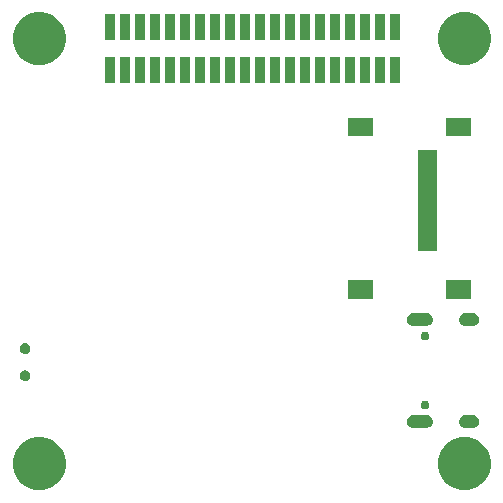
<source format=gbr>
G04 #@! TF.GenerationSoftware,KiCad,Pcbnew,(5.1.6)-1*
G04 #@! TF.CreationDate,2020-11-06T20:40:43+01:00*
G04 #@! TF.ProjectId,DynOSSAT-EDU-OBC,44796e4f-5353-4415-942d-4544552d4f42,rev?*
G04 #@! TF.SameCoordinates,Original*
G04 #@! TF.FileFunction,Soldermask,Bot*
G04 #@! TF.FilePolarity,Negative*
%FSLAX46Y46*%
G04 Gerber Fmt 4.6, Leading zero omitted, Abs format (unit mm)*
G04 Created by KiCad (PCBNEW (5.1.6)-1) date 2020-11-06 20:40:43*
%MOMM*%
%LPD*%
G01*
G04 APERTURE LIST*
%ADD10C,0.100000*%
G04 APERTURE END LIST*
D10*
G36*
X145646680Y-103020176D02*
G01*
X146027393Y-103095904D01*
X146437049Y-103265589D01*
X146805729Y-103511934D01*
X147119266Y-103825471D01*
X147365611Y-104194151D01*
X147535296Y-104603807D01*
X147621800Y-105038696D01*
X147621800Y-105482104D01*
X147535296Y-105916993D01*
X147365611Y-106326649D01*
X147119266Y-106695329D01*
X146805729Y-107008866D01*
X146437049Y-107255211D01*
X146027393Y-107424896D01*
X145646680Y-107500624D01*
X145592505Y-107511400D01*
X145149095Y-107511400D01*
X145094920Y-107500624D01*
X144714207Y-107424896D01*
X144304551Y-107255211D01*
X143935871Y-107008866D01*
X143622334Y-106695329D01*
X143375989Y-106326649D01*
X143206304Y-105916993D01*
X143119800Y-105482104D01*
X143119800Y-105038696D01*
X143206304Y-104603807D01*
X143375989Y-104194151D01*
X143622334Y-103825471D01*
X143935871Y-103511934D01*
X144304551Y-103265589D01*
X144714207Y-103095904D01*
X145094920Y-103020176D01*
X145149095Y-103009400D01*
X145592505Y-103009400D01*
X145646680Y-103020176D01*
G37*
G36*
X109646280Y-103020176D02*
G01*
X110026993Y-103095904D01*
X110436649Y-103265589D01*
X110805329Y-103511934D01*
X111118866Y-103825471D01*
X111365211Y-104194151D01*
X111534896Y-104603807D01*
X111621400Y-105038696D01*
X111621400Y-105482104D01*
X111534896Y-105916993D01*
X111365211Y-106326649D01*
X111118866Y-106695329D01*
X110805329Y-107008866D01*
X110436649Y-107255211D01*
X110026993Y-107424896D01*
X109646280Y-107500624D01*
X109592105Y-107511400D01*
X109148695Y-107511400D01*
X109094520Y-107500624D01*
X108713807Y-107424896D01*
X108304151Y-107255211D01*
X107935471Y-107008866D01*
X107621934Y-106695329D01*
X107375589Y-106326649D01*
X107205904Y-105916993D01*
X107119400Y-105482104D01*
X107119400Y-105038696D01*
X107205904Y-104603807D01*
X107375589Y-104194151D01*
X107621934Y-103825471D01*
X107935471Y-103511934D01*
X108304151Y-103265589D01*
X108713807Y-103095904D01*
X109094520Y-103020176D01*
X109148695Y-103009400D01*
X109592105Y-103009400D01*
X109646280Y-103020176D01*
G37*
G36*
X146178615Y-101133173D02*
G01*
X146282479Y-101164679D01*
X146309655Y-101179205D01*
X146378200Y-101215843D01*
X146462101Y-101284699D01*
X146530957Y-101368600D01*
X146567595Y-101437145D01*
X146582121Y-101464321D01*
X146613627Y-101568185D01*
X146624266Y-101676200D01*
X146613627Y-101784215D01*
X146582121Y-101888079D01*
X146582119Y-101888082D01*
X146530957Y-101983800D01*
X146462101Y-102067701D01*
X146378200Y-102136557D01*
X146309655Y-102173195D01*
X146282479Y-102187721D01*
X146178615Y-102219227D01*
X146097667Y-102227200D01*
X145443533Y-102227200D01*
X145362585Y-102219227D01*
X145258721Y-102187721D01*
X145231545Y-102173195D01*
X145163000Y-102136557D01*
X145079099Y-102067701D01*
X145010243Y-101983800D01*
X144959081Y-101888082D01*
X144959079Y-101888079D01*
X144927573Y-101784215D01*
X144916934Y-101676200D01*
X144927573Y-101568185D01*
X144959079Y-101464321D01*
X144973605Y-101437145D01*
X145010243Y-101368600D01*
X145079099Y-101284699D01*
X145163000Y-101215843D01*
X145231545Y-101179205D01*
X145258721Y-101164679D01*
X145362585Y-101133173D01*
X145443533Y-101125200D01*
X146097667Y-101125200D01*
X146178615Y-101133173D01*
G37*
G36*
X142248615Y-101129173D02*
G01*
X142352479Y-101160679D01*
X142359962Y-101164679D01*
X142448200Y-101211843D01*
X142532101Y-101280699D01*
X142600957Y-101364600D01*
X142637595Y-101433145D01*
X142652121Y-101460321D01*
X142683627Y-101564185D01*
X142694266Y-101672200D01*
X142683627Y-101780215D01*
X142652121Y-101884079D01*
X142652119Y-101884082D01*
X142600957Y-101979800D01*
X142532101Y-102063701D01*
X142448200Y-102132557D01*
X142379655Y-102169195D01*
X142352479Y-102183721D01*
X142248615Y-102215227D01*
X142167667Y-102223200D01*
X141013533Y-102223200D01*
X140932585Y-102215227D01*
X140828721Y-102183721D01*
X140801545Y-102169195D01*
X140733000Y-102132557D01*
X140649099Y-102063701D01*
X140580243Y-101979800D01*
X140529081Y-101884082D01*
X140529079Y-101884079D01*
X140497573Y-101780215D01*
X140486934Y-101672200D01*
X140497573Y-101564185D01*
X140529079Y-101460321D01*
X140543605Y-101433145D01*
X140580243Y-101364600D01*
X140649099Y-101280699D01*
X140733000Y-101211843D01*
X140821238Y-101164679D01*
X140828721Y-101160679D01*
X140932585Y-101129173D01*
X141013533Y-101121200D01*
X142167667Y-101121200D01*
X142248615Y-101129173D01*
G37*
G36*
X142144772Y-99913649D02*
G01*
X142144774Y-99913650D01*
X142144775Y-99913650D01*
X142213203Y-99941993D01*
X142274786Y-99983142D01*
X142327158Y-100035514D01*
X142368307Y-100097097D01*
X142396650Y-100165525D01*
X142411100Y-100238167D01*
X142411100Y-100312233D01*
X142396650Y-100384875D01*
X142368307Y-100453303D01*
X142327158Y-100514886D01*
X142274786Y-100567258D01*
X142213203Y-100608407D01*
X142144775Y-100636750D01*
X142144774Y-100636750D01*
X142144772Y-100636751D01*
X142072134Y-100651200D01*
X141998066Y-100651200D01*
X141925428Y-100636751D01*
X141925426Y-100636750D01*
X141925425Y-100636750D01*
X141856997Y-100608407D01*
X141795414Y-100567258D01*
X141743042Y-100514886D01*
X141701893Y-100453303D01*
X141673550Y-100384875D01*
X141659100Y-100312233D01*
X141659100Y-100238167D01*
X141673550Y-100165525D01*
X141701893Y-100097097D01*
X141743042Y-100035514D01*
X141795414Y-99983142D01*
X141856997Y-99941993D01*
X141925425Y-99913650D01*
X141925426Y-99913650D01*
X141925428Y-99913649D01*
X141998066Y-99899200D01*
X142072134Y-99899200D01*
X142144772Y-99913649D01*
G37*
G36*
X108303952Y-97363331D02*
G01*
X108386027Y-97397328D01*
X108386029Y-97397329D01*
X108423213Y-97422175D01*
X108459895Y-97446685D01*
X108522715Y-97509505D01*
X108572072Y-97583373D01*
X108606069Y-97665448D01*
X108623400Y-97752579D01*
X108623400Y-97841421D01*
X108606069Y-97928552D01*
X108572072Y-98010627D01*
X108572071Y-98010629D01*
X108522714Y-98084496D01*
X108459896Y-98147314D01*
X108386029Y-98196671D01*
X108386028Y-98196672D01*
X108386027Y-98196672D01*
X108303952Y-98230669D01*
X108216821Y-98248000D01*
X108127979Y-98248000D01*
X108040848Y-98230669D01*
X107958773Y-98196672D01*
X107958772Y-98196672D01*
X107958771Y-98196671D01*
X107884904Y-98147314D01*
X107822086Y-98084496D01*
X107772729Y-98010629D01*
X107772728Y-98010627D01*
X107738731Y-97928552D01*
X107721400Y-97841421D01*
X107721400Y-97752579D01*
X107738731Y-97665448D01*
X107772728Y-97583373D01*
X107822085Y-97509505D01*
X107884905Y-97446685D01*
X107921587Y-97422175D01*
X107958771Y-97397329D01*
X107958773Y-97397328D01*
X108040848Y-97363331D01*
X108127979Y-97346000D01*
X108216821Y-97346000D01*
X108303952Y-97363331D01*
G37*
G36*
X108303952Y-95063331D02*
G01*
X108386027Y-95097328D01*
X108386029Y-95097329D01*
X108423213Y-95122175D01*
X108459895Y-95146685D01*
X108522715Y-95209505D01*
X108572072Y-95283373D01*
X108606069Y-95365448D01*
X108623400Y-95452579D01*
X108623400Y-95541421D01*
X108606069Y-95628552D01*
X108572072Y-95710627D01*
X108572071Y-95710629D01*
X108522714Y-95784496D01*
X108459896Y-95847314D01*
X108386029Y-95896671D01*
X108386028Y-95896672D01*
X108386027Y-95896672D01*
X108303952Y-95930669D01*
X108216821Y-95948000D01*
X108127979Y-95948000D01*
X108040848Y-95930669D01*
X107958773Y-95896672D01*
X107958772Y-95896672D01*
X107958771Y-95896671D01*
X107884904Y-95847314D01*
X107822086Y-95784496D01*
X107772729Y-95710629D01*
X107772728Y-95710627D01*
X107738731Y-95628552D01*
X107721400Y-95541421D01*
X107721400Y-95452579D01*
X107738731Y-95365448D01*
X107772728Y-95283373D01*
X107822085Y-95209505D01*
X107884905Y-95146685D01*
X107921587Y-95122175D01*
X107958771Y-95097329D01*
X107958773Y-95097328D01*
X108040848Y-95063331D01*
X108127979Y-95046000D01*
X108216821Y-95046000D01*
X108303952Y-95063331D01*
G37*
G36*
X142144772Y-94071649D02*
G01*
X142144774Y-94071650D01*
X142144775Y-94071650D01*
X142213203Y-94099993D01*
X142274786Y-94141142D01*
X142327158Y-94193514D01*
X142368307Y-94255097D01*
X142396650Y-94323525D01*
X142411100Y-94396167D01*
X142411100Y-94470233D01*
X142396650Y-94542875D01*
X142368307Y-94611303D01*
X142327158Y-94672886D01*
X142274786Y-94725258D01*
X142213203Y-94766407D01*
X142144775Y-94794750D01*
X142144774Y-94794750D01*
X142144772Y-94794751D01*
X142072134Y-94809200D01*
X141998066Y-94809200D01*
X141925428Y-94794751D01*
X141925426Y-94794750D01*
X141925425Y-94794750D01*
X141856997Y-94766407D01*
X141795414Y-94725258D01*
X141743042Y-94672886D01*
X141701893Y-94611303D01*
X141673550Y-94542875D01*
X141659100Y-94470233D01*
X141659100Y-94396167D01*
X141673550Y-94323525D01*
X141701893Y-94255097D01*
X141743042Y-94193514D01*
X141795414Y-94141142D01*
X141856997Y-94099993D01*
X141925425Y-94071650D01*
X141925426Y-94071650D01*
X141925428Y-94071649D01*
X141998066Y-94057200D01*
X142072134Y-94057200D01*
X142144772Y-94071649D01*
G37*
G36*
X146178615Y-92493173D02*
G01*
X146282479Y-92524679D01*
X146309655Y-92539205D01*
X146378200Y-92575843D01*
X146462101Y-92644699D01*
X146530957Y-92728600D01*
X146567595Y-92797145D01*
X146582121Y-92824321D01*
X146613627Y-92928185D01*
X146624266Y-93036200D01*
X146613627Y-93144215D01*
X146582121Y-93248079D01*
X146582119Y-93248082D01*
X146530957Y-93343800D01*
X146462101Y-93427701D01*
X146378200Y-93496557D01*
X146309655Y-93533195D01*
X146282479Y-93547721D01*
X146178615Y-93579227D01*
X146097667Y-93587200D01*
X145443533Y-93587200D01*
X145362585Y-93579227D01*
X145258721Y-93547721D01*
X145231545Y-93533195D01*
X145163000Y-93496557D01*
X145079099Y-93427701D01*
X145010243Y-93343800D01*
X144959081Y-93248082D01*
X144959079Y-93248079D01*
X144927573Y-93144215D01*
X144916934Y-93036200D01*
X144927573Y-92928185D01*
X144959079Y-92824321D01*
X144973605Y-92797145D01*
X145010243Y-92728600D01*
X145079099Y-92644699D01*
X145163000Y-92575843D01*
X145231545Y-92539205D01*
X145258721Y-92524679D01*
X145362585Y-92493173D01*
X145443533Y-92485200D01*
X146097667Y-92485200D01*
X146178615Y-92493173D01*
G37*
G36*
X142248615Y-92489173D02*
G01*
X142352479Y-92520679D01*
X142359962Y-92524679D01*
X142448200Y-92571843D01*
X142532101Y-92640699D01*
X142600957Y-92724600D01*
X142637595Y-92793145D01*
X142652121Y-92820321D01*
X142683627Y-92924185D01*
X142694266Y-93032200D01*
X142683627Y-93140215D01*
X142652121Y-93244079D01*
X142652119Y-93244082D01*
X142600957Y-93339800D01*
X142532101Y-93423701D01*
X142448200Y-93492557D01*
X142379655Y-93529195D01*
X142352479Y-93543721D01*
X142248615Y-93575227D01*
X142167667Y-93583200D01*
X141013533Y-93583200D01*
X140932585Y-93575227D01*
X140828721Y-93543721D01*
X140801545Y-93529195D01*
X140733000Y-93492557D01*
X140649099Y-93423701D01*
X140580243Y-93339800D01*
X140529081Y-93244082D01*
X140529079Y-93244079D01*
X140497573Y-93140215D01*
X140486934Y-93032200D01*
X140497573Y-92924185D01*
X140529079Y-92820321D01*
X140543605Y-92793145D01*
X140580243Y-92724600D01*
X140649099Y-92640699D01*
X140733000Y-92571843D01*
X140821238Y-92524679D01*
X140828721Y-92520679D01*
X140932585Y-92489173D01*
X141013533Y-92481200D01*
X142167667Y-92481200D01*
X142248615Y-92489173D01*
G37*
G36*
X145917000Y-91267800D02*
G01*
X143815000Y-91267800D01*
X143815000Y-89715800D01*
X145917000Y-89715800D01*
X145917000Y-91267800D01*
G37*
G36*
X137617000Y-91267800D02*
G01*
X135515000Y-91267800D01*
X135515000Y-89715800D01*
X137617000Y-89715800D01*
X137617000Y-91267800D01*
G37*
G36*
X143067000Y-87267800D02*
G01*
X141465000Y-87267800D01*
X141465000Y-78665800D01*
X143067000Y-78665800D01*
X143067000Y-87267800D01*
G37*
G36*
X145917000Y-77517800D02*
G01*
X143815000Y-77517800D01*
X143815000Y-75965800D01*
X145917000Y-75965800D01*
X145917000Y-77517800D01*
G37*
G36*
X137617000Y-77517800D02*
G01*
X135515000Y-77517800D01*
X135515000Y-75965800D01*
X137617000Y-75965800D01*
X137617000Y-77517800D01*
G37*
G36*
X133547400Y-72976200D02*
G01*
X132695400Y-72976200D01*
X132695400Y-70774200D01*
X133547400Y-70774200D01*
X133547400Y-72976200D01*
G37*
G36*
X132277400Y-72976200D02*
G01*
X131425400Y-72976200D01*
X131425400Y-70774200D01*
X132277400Y-70774200D01*
X132277400Y-72976200D01*
G37*
G36*
X131007400Y-72976200D02*
G01*
X130155400Y-72976200D01*
X130155400Y-70774200D01*
X131007400Y-70774200D01*
X131007400Y-72976200D01*
G37*
G36*
X129737400Y-72976200D02*
G01*
X128885400Y-72976200D01*
X128885400Y-70774200D01*
X129737400Y-70774200D01*
X129737400Y-72976200D01*
G37*
G36*
X136087400Y-72976200D02*
G01*
X135235400Y-72976200D01*
X135235400Y-70774200D01*
X136087400Y-70774200D01*
X136087400Y-72976200D01*
G37*
G36*
X137357400Y-72976200D02*
G01*
X136505400Y-72976200D01*
X136505400Y-70774200D01*
X137357400Y-70774200D01*
X137357400Y-72976200D01*
G37*
G36*
X138627400Y-72976200D02*
G01*
X137775400Y-72976200D01*
X137775400Y-70774200D01*
X138627400Y-70774200D01*
X138627400Y-72976200D01*
G37*
G36*
X139897400Y-72976200D02*
G01*
X139045400Y-72976200D01*
X139045400Y-70774200D01*
X139897400Y-70774200D01*
X139897400Y-72976200D01*
G37*
G36*
X128467400Y-72976200D02*
G01*
X127615400Y-72976200D01*
X127615400Y-70774200D01*
X128467400Y-70774200D01*
X128467400Y-72976200D01*
G37*
G36*
X134817400Y-72976200D02*
G01*
X133965400Y-72976200D01*
X133965400Y-70774200D01*
X134817400Y-70774200D01*
X134817400Y-72976200D01*
G37*
G36*
X125927400Y-72976200D02*
G01*
X125075400Y-72976200D01*
X125075400Y-70774200D01*
X125927400Y-70774200D01*
X125927400Y-72976200D01*
G37*
G36*
X124657400Y-72976200D02*
G01*
X123805400Y-72976200D01*
X123805400Y-70774200D01*
X124657400Y-70774200D01*
X124657400Y-72976200D01*
G37*
G36*
X123387400Y-72976200D02*
G01*
X122535400Y-72976200D01*
X122535400Y-70774200D01*
X123387400Y-70774200D01*
X123387400Y-72976200D01*
G37*
G36*
X122117400Y-72976200D02*
G01*
X121265400Y-72976200D01*
X121265400Y-70774200D01*
X122117400Y-70774200D01*
X122117400Y-72976200D01*
G37*
G36*
X115767400Y-72976200D02*
G01*
X114915400Y-72976200D01*
X114915400Y-70774200D01*
X115767400Y-70774200D01*
X115767400Y-72976200D01*
G37*
G36*
X120847400Y-72976200D02*
G01*
X119995400Y-72976200D01*
X119995400Y-70774200D01*
X120847400Y-70774200D01*
X120847400Y-72976200D01*
G37*
G36*
X119577400Y-72976200D02*
G01*
X118725400Y-72976200D01*
X118725400Y-70774200D01*
X119577400Y-70774200D01*
X119577400Y-72976200D01*
G37*
G36*
X118307400Y-72976200D02*
G01*
X117455400Y-72976200D01*
X117455400Y-70774200D01*
X118307400Y-70774200D01*
X118307400Y-72976200D01*
G37*
G36*
X117037400Y-72976200D02*
G01*
X116185400Y-72976200D01*
X116185400Y-70774200D01*
X117037400Y-70774200D01*
X117037400Y-72976200D01*
G37*
G36*
X127197400Y-72976200D02*
G01*
X126345400Y-72976200D01*
X126345400Y-70774200D01*
X127197400Y-70774200D01*
X127197400Y-72976200D01*
G37*
G36*
X145646680Y-67022776D02*
G01*
X146027393Y-67098504D01*
X146437049Y-67268189D01*
X146805729Y-67514534D01*
X147119266Y-67828071D01*
X147365611Y-68196751D01*
X147535296Y-68606407D01*
X147621800Y-69041296D01*
X147621800Y-69484704D01*
X147535296Y-69919593D01*
X147365611Y-70329249D01*
X147119266Y-70697929D01*
X146805729Y-71011466D01*
X146437049Y-71257811D01*
X146027393Y-71427496D01*
X145646680Y-71503224D01*
X145592505Y-71514000D01*
X145149095Y-71514000D01*
X145094920Y-71503224D01*
X144714207Y-71427496D01*
X144304551Y-71257811D01*
X143935871Y-71011466D01*
X143622334Y-70697929D01*
X143375989Y-70329249D01*
X143206304Y-69919593D01*
X143119800Y-69484704D01*
X143119800Y-69041296D01*
X143206304Y-68606407D01*
X143375989Y-68196751D01*
X143622334Y-67828071D01*
X143935871Y-67514534D01*
X144304551Y-67268189D01*
X144714207Y-67098504D01*
X145094920Y-67022776D01*
X145149095Y-67012000D01*
X145592505Y-67012000D01*
X145646680Y-67022776D01*
G37*
G36*
X109646280Y-67022776D02*
G01*
X110026993Y-67098504D01*
X110436649Y-67268189D01*
X110805329Y-67514534D01*
X111118866Y-67828071D01*
X111365211Y-68196751D01*
X111534896Y-68606407D01*
X111621400Y-69041296D01*
X111621400Y-69484704D01*
X111534896Y-69919593D01*
X111365211Y-70329249D01*
X111118866Y-70697929D01*
X110805329Y-71011466D01*
X110436649Y-71257811D01*
X110026993Y-71427496D01*
X109646280Y-71503224D01*
X109592105Y-71514000D01*
X109148695Y-71514000D01*
X109094520Y-71503224D01*
X108713807Y-71427496D01*
X108304151Y-71257811D01*
X107935471Y-71011466D01*
X107621934Y-70697929D01*
X107375589Y-70329249D01*
X107205904Y-69919593D01*
X107119400Y-69484704D01*
X107119400Y-69041296D01*
X107205904Y-68606407D01*
X107375589Y-68196751D01*
X107621934Y-67828071D01*
X107935471Y-67514534D01*
X108304151Y-67268189D01*
X108713807Y-67098504D01*
X109094520Y-67022776D01*
X109148695Y-67012000D01*
X109592105Y-67012000D01*
X109646280Y-67022776D01*
G37*
G36*
X128467400Y-69376200D02*
G01*
X127615400Y-69376200D01*
X127615400Y-67174200D01*
X128467400Y-67174200D01*
X128467400Y-69376200D01*
G37*
G36*
X129737400Y-69376200D02*
G01*
X128885400Y-69376200D01*
X128885400Y-67174200D01*
X129737400Y-67174200D01*
X129737400Y-69376200D01*
G37*
G36*
X125927400Y-69376200D02*
G01*
X125075400Y-69376200D01*
X125075400Y-67174200D01*
X125927400Y-67174200D01*
X125927400Y-69376200D01*
G37*
G36*
X124657400Y-69376200D02*
G01*
X123805400Y-69376200D01*
X123805400Y-67174200D01*
X124657400Y-67174200D01*
X124657400Y-69376200D01*
G37*
G36*
X123387400Y-69376200D02*
G01*
X122535400Y-69376200D01*
X122535400Y-67174200D01*
X123387400Y-67174200D01*
X123387400Y-69376200D01*
G37*
G36*
X120847400Y-69376200D02*
G01*
X119995400Y-69376200D01*
X119995400Y-67174200D01*
X120847400Y-67174200D01*
X120847400Y-69376200D01*
G37*
G36*
X119577400Y-69376200D02*
G01*
X118725400Y-69376200D01*
X118725400Y-67174200D01*
X119577400Y-67174200D01*
X119577400Y-69376200D01*
G37*
G36*
X118307400Y-69376200D02*
G01*
X117455400Y-69376200D01*
X117455400Y-67174200D01*
X118307400Y-67174200D01*
X118307400Y-69376200D01*
G37*
G36*
X117037400Y-69376200D02*
G01*
X116185400Y-69376200D01*
X116185400Y-67174200D01*
X117037400Y-67174200D01*
X117037400Y-69376200D01*
G37*
G36*
X115767400Y-69376200D02*
G01*
X114915400Y-69376200D01*
X114915400Y-67174200D01*
X115767400Y-67174200D01*
X115767400Y-69376200D01*
G37*
G36*
X122117400Y-69376200D02*
G01*
X121265400Y-69376200D01*
X121265400Y-67174200D01*
X122117400Y-67174200D01*
X122117400Y-69376200D01*
G37*
G36*
X136087400Y-69376200D02*
G01*
X135235400Y-69376200D01*
X135235400Y-67174200D01*
X136087400Y-67174200D01*
X136087400Y-69376200D01*
G37*
G36*
X127197400Y-69376200D02*
G01*
X126345400Y-69376200D01*
X126345400Y-67174200D01*
X127197400Y-67174200D01*
X127197400Y-69376200D01*
G37*
G36*
X133547400Y-69376200D02*
G01*
X132695400Y-69376200D01*
X132695400Y-67174200D01*
X133547400Y-67174200D01*
X133547400Y-69376200D01*
G37*
G36*
X132277400Y-69376200D02*
G01*
X131425400Y-69376200D01*
X131425400Y-67174200D01*
X132277400Y-67174200D01*
X132277400Y-69376200D01*
G37*
G36*
X137357400Y-69376200D02*
G01*
X136505400Y-69376200D01*
X136505400Y-67174200D01*
X137357400Y-67174200D01*
X137357400Y-69376200D01*
G37*
G36*
X131007400Y-69376200D02*
G01*
X130155400Y-69376200D01*
X130155400Y-67174200D01*
X131007400Y-67174200D01*
X131007400Y-69376200D01*
G37*
G36*
X138627400Y-69376200D02*
G01*
X137775400Y-69376200D01*
X137775400Y-67174200D01*
X138627400Y-67174200D01*
X138627400Y-69376200D01*
G37*
G36*
X134817400Y-69376200D02*
G01*
X133965400Y-69376200D01*
X133965400Y-67174200D01*
X134817400Y-67174200D01*
X134817400Y-69376200D01*
G37*
G36*
X139897400Y-69376200D02*
G01*
X139045400Y-69376200D01*
X139045400Y-67174200D01*
X139897400Y-67174200D01*
X139897400Y-69376200D01*
G37*
M02*

</source>
